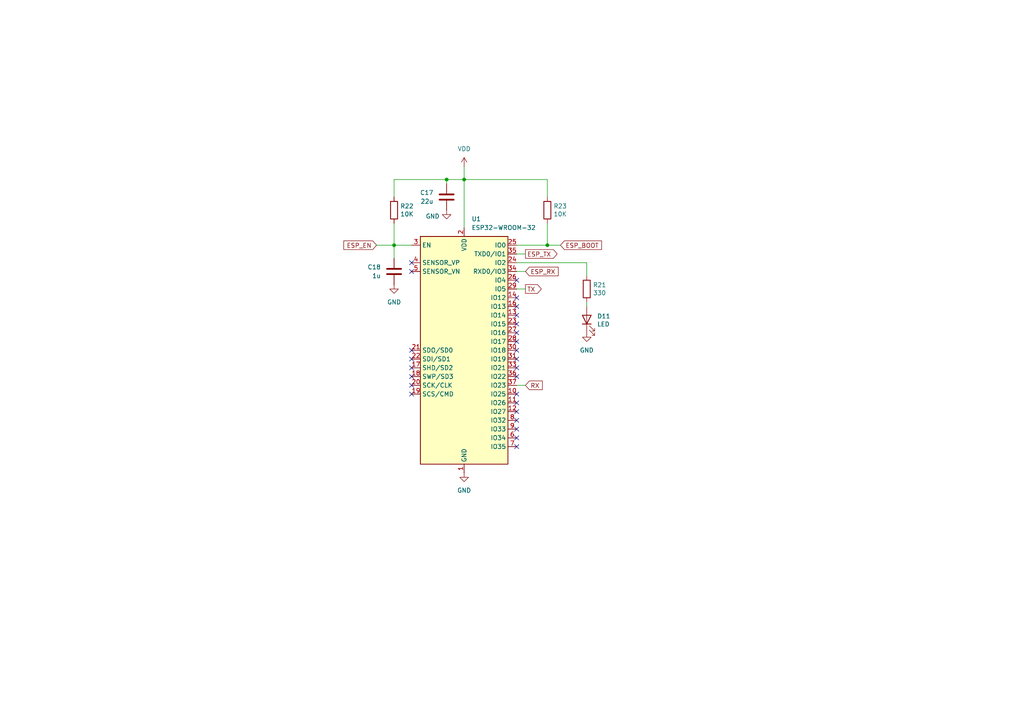
<source format=kicad_sch>
(kicad_sch (version 20250114) (generator "eeschema") (generator_version "9.0")
  (paper "A4")
  (lib_symbols
    (symbol "Device:C" (pin_numbers (hide yes)) (pin_names (offset 0.254))
      (property "Reference" "C" (at 0.635 2.54 0))
      (property "Value" "C" (at 0.635 -2.54 0))
      (symbol "C_0_1"
        (polyline (pts (xy -2.032 0.762) (xy 2.032 0.762)) (stroke (width 0.508)))
        (polyline (pts (xy -2.032 -0.762) (xy 2.032 -0.762)) (stroke (width 0.508)))
      )
      (symbol "C_1_1"
        (pin passive line (at 0 3.81 270) (length 2.794) (name "~") (number "1"))
        (pin passive line (at 0 -3.81 90) (length 2.794) (name "~") (number "2"))
      )
    )
    (symbol "Device:LED" (pin_numbers (hide yes)) (pin_names (offset 1.016) (hide yes))
      (property "Reference" "D" (at 0 2.54 0))
      (property "Value" "LED" (at 0 -2.54 0))
      (symbol "LED_0_1"
        (polyline (pts (xy -3.048 -0.762) (xy -4.572 -2.286) (xy -3.81 -2.286) (xy -4.572 -2.286) (xy -4.572 -1.524)))
        (polyline (pts (xy -1.778 -0.762) (xy -3.302 -2.286) (xy -2.54 -2.286) (xy -3.302 -2.286) (xy -3.302 -1.524)))
        (polyline (pts (xy -1.27 0) (xy 1.27 0)))
        (polyline (pts (xy -1.27 -1.27) (xy -1.27 1.27)) (stroke (width 0.254)))
        (polyline (pts (xy 1.27 -1.27) (xy 1.27 1.27) (xy -1.27 0) (xy 1.27 -1.27)) (stroke (width 0.254)))
      )
      (symbol "LED_1_1"
        (pin passive line (at -3.81 0 0) (length 2.54) (name "K") (number "1"))
        (pin passive line (at 3.81 0 180) (length 2.54) (name "A") (number "2"))
      )
    )
    (symbol "Device:R" (pin_numbers (hide yes)) (pin_names (offset 0))
      (property "Reference" "R" (at 2.032 0 90))
      (property "Value" "R" (at 0 0 90))
      (symbol "R_0_1"
        (rectangle (start -1.016 -2.54) (end 1.016 2.54) (stroke (width 0.254)))
      )
      (symbol "R_1_1"
        (pin passive line (at 0 3.81 270) (length 1.27) (name "~") (number "1"))
        (pin passive line (at 0 -3.81 90) (length 1.27) (name "~") (number "2"))
      )
    )
    (symbol "RF_Module:ESP32-WROOM-32"
      (property "Reference" "U" (at -12.7 34.29 0))
      (property "Value" "ESP32-WROOM-32" (at 1.27 34.29 0))
      (symbol "ESP32-WROOM-32_0_1"
        (rectangle (start -12.7 33.02) (end 12.7 -33.02) (stroke (width 0.254)) (fill (type background)))
      )
      (symbol "ESP32-WROOM-32_1_1"
        (pin input line (at -15.24 30.48 0) (length 2.54) (name "EN") (number "3"))
        (pin input line (at -15.24 25.4 0) (length 2.54) (name "SENSOR_VP") (number "4"))
        (pin input line (at -15.24 22.86 0) (length 2.54) (name "SENSOR_VN") (number "5"))
        (pin bidirectional line (at -15.24 0 0) (length 2.54) (name "SDO/SD0") (number "21"))
        (pin bidirectional line (at -15.24 -2.54 0) (length 2.54) (name "SDI/SD1") (number "22"))
        (pin bidirectional line (at -15.24 -5.08 0) (length 2.54) (name "SHD/SD2") (number "17"))
        (pin bidirectional line (at -15.24 -7.62 0) (length 2.54) (name "SWP/SD3") (number "18"))
        (pin bidirectional line (at -15.24 -10.16 0) (length 2.54) (name "SCK/CLK") (number "20"))
        (pin bidirectional line (at -15.24 -12.7 0) (length 2.54) (name "SCS/CMD") (number "19"))
        (pin no_connect line (at -12.7 -27.94 0) (length 2.54) (hide yes) (name "NC") (number "32"))
        (pin power_in line (at 0 35.56 270) (length 2.54) (name "VDD") (number "2"))
        (pin power_in line (at 0 -35.56 90) (length 2.54) (name "GND") (number "1"))
        (pin passive line (at 0 -35.56 90) (length 2.54) (hide yes) (name "GND") (number "15"))
        (pin passive line (at 0 -35.56 90) (length 2.54) (hide yes) (name "GND") (number "38"))
        (pin passive line (at 0 -35.56 90) (length 2.54) (hide yes) (name "GND") (number "39"))
        (pin bidirectional line (at 15.24 30.48 180) (length 2.54) (name "IO0") (number "25"))
        (pin bidirectional line (at 15.24 27.94 180) (length 2.54) (name "TXD0/IO1") (number "35"))
        (pin bidirectional line (at 15.24 25.4 180) (length 2.54) (name "IO2") (number "24"))
        (pin bidirectional line (at 15.24 22.86 180) (length 2.54) (name "RXD0/IO3") (number "34"))
        (pin bidirectional line (at 15.24 20.32 180) (length 2.54) (name "IO4") (number "26"))
        (pin bidirectional line (at 15.24 17.78 180) (length 2.54) (name "IO5") (number "29"))
        (pin bidirectional line (at 15.24 15.24 180) (length 2.54) (name "IO12") (number "14"))
        (pin bidirectional line (at 15.24 12.7 180) (length 2.54) (name "IO13") (number "16"))
        (pin bidirectional line (at 15.24 10.16 180) (length 2.54) (name "IO14") (number "13"))
        (pin bidirectional line (at 15.24 7.62 180) (length 2.54) (name "IO15") (number "23"))
        (pin bidirectional line (at 15.24 5.08 180) (length 2.54) (name "IO16") (number "27"))
        (pin bidirectional line (at 15.24 2.54 180) (length 2.54) (name "IO17") (number "28"))
        (pin bidirectional line (at 15.24 0 180) (length 2.54) (name "IO18") (number "30"))
        (pin bidirectional line (at 15.24 -2.54 180) (length 2.54) (name "IO19") (number "31"))
        (pin bidirectional line (at 15.24 -5.08 180) (length 2.54) (name "IO21") (number "33"))
        (pin bidirectional line (at 15.24 -7.62 180) (length 2.54) (name "IO22") (number "36"))
        (pin bidirectional line (at 15.24 -10.16 180) (length 2.54) (name "IO23") (number "37"))
        (pin bidirectional line (at 15.24 -12.7 180) (length 2.54) (name "IO25") (number "10"))
        (pin bidirectional line (at 15.24 -15.24 180) (length 2.54) (name "IO26") (number "11"))
        (pin bidirectional line (at 15.24 -17.78 180) (length 2.54) (name "IO27") (number "12"))
        (pin bidirectional line (at 15.24 -20.32 180) (length 2.54) (name "IO32") (number "8"))
        (pin bidirectional line (at 15.24 -22.86 180) (length 2.54) (name "IO33") (number "9"))
        (pin input line (at 15.24 -25.4 180) (length 2.54) (name "IO34") (number "6"))
        (pin input line (at 15.24 -27.94 180) (length 2.54) (name "IO35") (number "7"))
      )
    )
    (symbol "power:GND" (power) (pin_numbers (hide yes)) (pin_names (offset 0) (hide yes))
      (property "Value" "GND" (at 0 -3.81 0))
      (symbol "GND_0_1"
        (polyline (pts (xy 0 0) (xy 0 -1.27) (xy 1.27 -1.27) (xy 0 -2.54) (xy -1.27 -1.27) (xy 0 -1.27)))
      )
      (symbol "GND_1_1"
        (pin power_in line (at 0 0 270) (length 0) (name "~") (number "1"))
      )
    )
    (symbol "power:VDD" (power) (pin_numbers (hide yes)) (pin_names (offset 0) (hide yes))
      (property "Value" "VDD" (at 0 3.556 0))
      (symbol "VDD_0_1"
        (polyline (pts (xy -0.762 1.27) (xy 0 2.54)))
        (polyline (pts (xy 0 2.54) (xy 0.762 1.27)))
        (polyline (pts (xy 0 0) (xy 0 2.54)))
      )
      (symbol "VDD_1_1"
        (pin power_in line (at 0 0 90) (length 0) (name "~") (number "1"))
      )
    )
  )
  (junction (at 158.75 71.12))
  (junction (at 114.3 71.12))
  (junction (at 134.62 52.07))
  (junction (at 129.54 52.07))
  (no_connect (at 149.86 93.98))
  (no_connect (at 149.86 106.68))
  (no_connect (at 119.38 111.76))
  (no_connect (at 119.38 114.3))
  (no_connect (at 149.86 86.36))
  (no_connect (at 149.86 127))
  (no_connect (at 149.86 81.28))
  (no_connect (at 149.86 129.54))
  (no_connect (at 149.86 121.92))
  (no_connect (at 119.38 104.14))
  (no_connect (at 119.38 101.6))
  (no_connect (at 149.86 104.14))
  (no_connect (at 119.38 109.22))
  (no_connect (at 119.38 78.74))
  (no_connect (at 149.86 101.6))
  (no_connect (at 149.86 109.22))
  (no_connect (at 119.38 76.2))
  (no_connect (at 149.86 96.52))
  (no_connect (at 149.86 124.46))
  (no_connect (at 149.86 91.44))
  (no_connect (at 149.86 116.84))
  (no_connect (at 149.86 114.3))
  (no_connect (at 119.38 106.68))
  (no_connect (at 149.86 99.06))
  (no_connect (at 149.86 119.38))
  (no_connect (at 149.86 88.9))
  (wire (pts (xy 158.75 57.15) (xy 158.75 52.07)))
  (wire (pts (xy 152.4 73.66) (xy 149.86 73.66)))
  (wire (pts (xy 170.18 76.2) (xy 170.18 80.01)))
  (wire (pts (xy 114.3 52.07) (xy 129.54 52.07)))
  (wire (pts (xy 170.18 76.2) (xy 149.86 76.2)))
  (wire (pts (xy 129.54 52.07) (xy 134.62 52.07)))
  (wire (pts (xy 114.3 71.12) (xy 114.3 74.93)))
  (wire (pts (xy 134.62 48.26) (xy 134.62 52.07)))
  (wire (pts (xy 114.3 57.15) (xy 114.3 52.07)))
  (wire (pts (xy 109.22 71.12) (xy 114.3 71.12)))
  (wire (pts (xy 158.75 71.12) (xy 149.86 71.12)))
  (wire (pts (xy 149.86 83.82) (xy 152.4 83.82)))
  (wire (pts (xy 162.56 71.12) (xy 158.75 71.12)))
  (wire (pts (xy 158.75 52.07) (xy 134.62 52.07)))
  (wire (pts (xy 114.3 71.12) (xy 119.38 71.12)))
  (wire (pts (xy 149.86 111.76) (xy 152.4 111.76)))
  (wire (pts (xy 170.18 87.63) (xy 170.18 88.9)))
  (wire (pts (xy 152.4 78.74) (xy 149.86 78.74)))
  (wire (pts (xy 158.75 64.77) (xy 158.75 71.12)))
  (wire (pts (xy 114.3 64.77) (xy 114.3 71.12)))
  (wire (pts (xy 129.54 53.34) (xy 129.54 52.07)))
  (wire (pts (xy 134.62 52.07) (xy 134.62 66.04)))
  (global_label "ESP_BOOT" (shape input) (at 162.56 71.12 0) (property "Intersheetrefs" "${INTERSHEET_REFS}" (effects (hide yes))))
  (global_label "ESP_TX" (shape output) (at 152.4 73.66 0) (property "Intersheetrefs" "${INTERSHEET_REFS}" (effects (hide yes))))
  (global_label "RX" (shape input) (at 152.4 111.76 0) (property "Intersheetrefs" "${INTERSHEET_REFS}" (effects (hide yes))))
  (global_label "ESP_EN" (shape input) (at 109.22 71.12 180) (property "Intersheetrefs" "${INTERSHEET_REFS}" (effects (hide yes))))
  (global_label "TX" (shape output) (at 152.4 83.82 0) (property "Intersheetrefs" "${INTERSHEET_REFS}" (effects (hide yes))))
  (global_label "ESP_RX" (shape input) (at 152.4 78.74 0) (property "Intersheetrefs" "${INTERSHEET_REFS}" (effects (hide yes))))
  (symbol (lib_id "Device:R") (at 170.18 83.82 0) (unit 1)
    (property "Reference" "R21" (at 171.958 82.6516 0) (effects (justify left)))
    (property "Value" "330" (at 171.958 84.963 0) (effects (justify left)))
    (property "Footprint" "Resistor_SMD:R_0805_2012Metric" (effects (hide yes)))
  )
  (symbol (lib_id "power:GND") (at 134.62 137.16 0) (unit 1)
    (property "Reference" "#PWR011" (effects (hide yes)))
    (property "Value" "GND" (at 134.62 142.24 0))
    (property "Description" "Power symbol creates a global label with name \"GND\" , ground" (effects (hide yes)))
  )
  (symbol (lib_id "power:VDD") (at 134.62 48.26 0) (unit 1)
    (property "Reference" "#PWR010" (effects (hide yes)))
    (property "Value" "VDD" (at 134.62 43.18 0))
    (property "Description" "Power symbol creates a global label with name \"VDD\"" (effects (hide yes)))
  )
  (symbol (lib_id "Device:C") (at 129.54 57.15 0) (mirror x) (unit 1)
    (property "Reference" "C17" (at 125.73 55.8799 0) (effects (justify right)))
    (property "Value" "22u" (at 125.73 58.4199 0) (effects (justify right)))
    (property "Footprint" "Capacitor_SMD:C_1206_3216Metric" (effects (hide yes)))
    (property "Description" "Unpolarized capacitor" (effects (hide yes)))
  )
  (symbol (lib_id "power:GND") (at 170.18 96.52 0) (unit 1)
    (property "Reference" "#PWR033" (effects (hide yes)))
    (property "Value" "GND" (at 170.18 101.6 0))
    (property "Description" "Power symbol creates a global label with name \"GND\" , ground" (effects (hide yes)))
  )
  (symbol (lib_id "Device:C") (at 114.3 78.74 0) (mirror y) (unit 1)
    (property "Reference" "C18" (at 110.49 77.4699 0) (effects (justify left)))
    (property "Value" "1u" (at 110.49 80.0099 0) (effects (justify left)))
    (property "Footprint" "Capacitor_SMD:C_0805_2012Metric" (effects (hide yes)))
    (property "Description" "Unpolarized capacitor" (effects (hide yes)))
  )
  (symbol (lib_id "power:GND") (at 129.54 60.96 0) (unit 1)
    (property "Reference" "#PWR032" (effects (hide yes)))
    (property "Value" "GND" (at 125.476 62.738 0))
    (property "Description" "Power symbol creates a global label with name \"GND\" , ground" (effects (hide yes)))
  )
  (symbol (lib_id "Device:R") (at 158.75 60.96 0) (unit 1)
    (property "Reference" "R23" (at 160.528 59.7916 0) (effects (justify left)))
    (property "Value" "10K" (at 160.528 62.103 0) (effects (justify left)))
    (property "Footprint" "Resistor_SMD:R_0805_2012Metric" (effects (hide yes)))
  )
  (symbol (lib_id "RF_Module:ESP32-WROOM-32") (at 134.62 101.6 0) (unit 1)
    (property "Reference" "U1" (at 136.7633 63.5 0) (effects (justify left)))
    (property "Value" "ESP32-WROOM-32" (at 136.7633 66.04 0) (effects (justify left)))
    (property "Footprint" "RF_Module:ESP32-WROOM-32" (effects (hide yes)))
    (property "Datasheet" "https://www.espressif.com/sites/default/files/documentation/esp32-wroom-32_datasheet_en.pdf" (effects (hide yes)))
    (property "Description" "RF Module, ESP32-D0WDQ6 SoC, Wi-Fi 802.11b/g/n, Bluetooth, BLE, 32-bit, 2.7-3.6V, onboard antenna, SMD" (effects (hide yes)))
  )
  (symbol (lib_id "power:GND") (at 114.3 82.55 0) (unit 1)
    (property "Reference" "#PWR035" (effects (hide yes)))
    (property "Value" "GND" (at 114.3 87.63 0))
    (property "Description" "Power symbol creates a global label with name \"GND\" , ground" (effects (hide yes)))
  )
  (symbol (lib_id "Device:LED") (at 170.18 92.71 90) (unit 1)
    (property "Reference" "D11" (at 173.1772 91.7194 90) (effects (justify right)))
    (property "Value" "LED" (at 173.1772 94.0308 90) (effects (justify right)))
    (property "Footprint" "LED_SMD:LED_0805_2012Metric" (effects (hide yes)))
    (property "Description" "Light emitting diode" (effects (hide yes)))
    (property "Sim.Pins" "1=K 2=A" (effects (hide yes)))
  )
  (symbol (lib_id "Device:R") (at 114.3 60.96 0) (unit 1)
    (property "Reference" "R22" (at 116.078 59.7916 0) (effects (justify left)))
    (property "Value" "10K" (at 116.078 62.103 0) (effects (justify left)))
    (property "Footprint" "Resistor_SMD:R_0805_2012Metric" (effects (hide yes)))
  )
)
</source>
